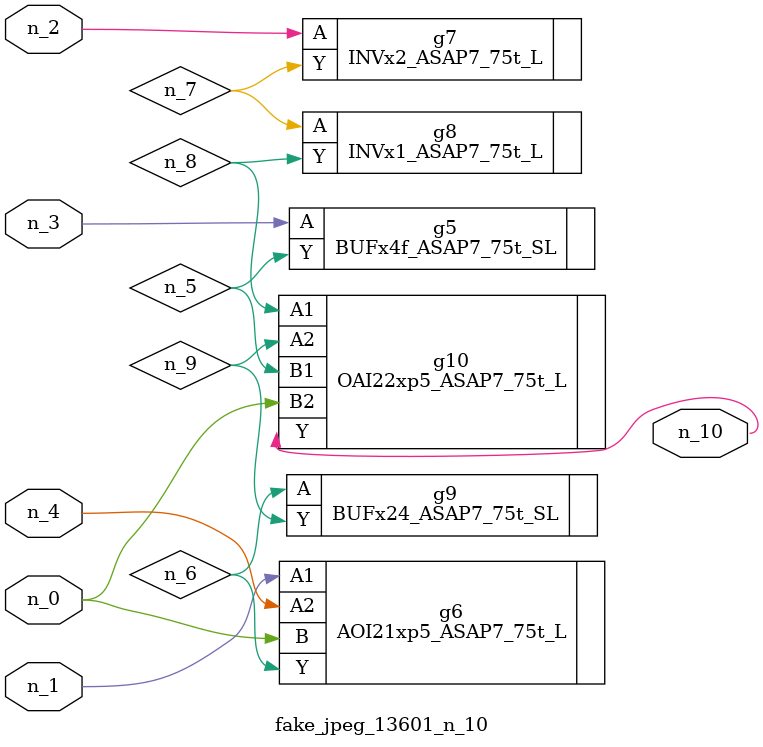
<source format=v>
module fake_jpeg_13601_n_10 (n_3, n_2, n_1, n_0, n_4, n_10);

input n_3;
input n_2;
input n_1;
input n_0;
input n_4;

output n_10;

wire n_8;
wire n_9;
wire n_6;
wire n_5;
wire n_7;

BUFx4f_ASAP7_75t_SL g5 ( 
.A(n_3),
.Y(n_5)
);

AOI21xp5_ASAP7_75t_L g6 ( 
.A1(n_1),
.A2(n_4),
.B(n_0),
.Y(n_6)
);

INVx2_ASAP7_75t_L g7 ( 
.A(n_2),
.Y(n_7)
);

INVx1_ASAP7_75t_L g8 ( 
.A(n_7),
.Y(n_8)
);

OAI22xp5_ASAP7_75t_L g10 ( 
.A1(n_8),
.A2(n_9),
.B1(n_5),
.B2(n_0),
.Y(n_10)
);

BUFx24_ASAP7_75t_SL g9 ( 
.A(n_6),
.Y(n_9)
);


endmodule
</source>
